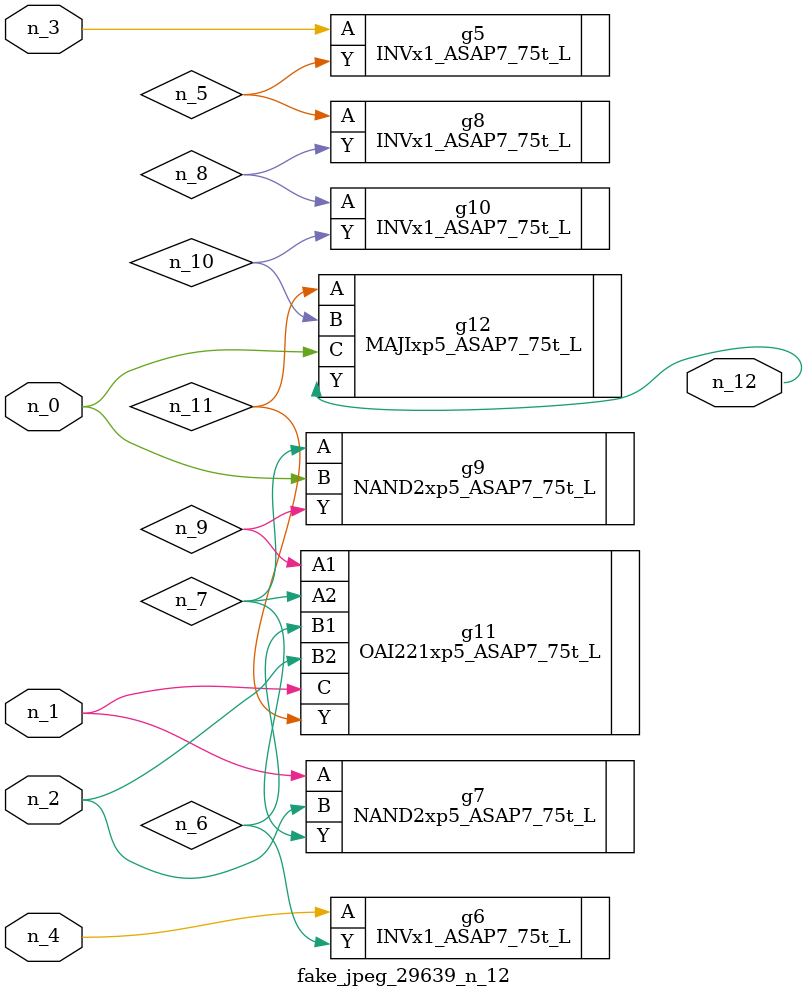
<source format=v>
module fake_jpeg_29639_n_12 (n_3, n_2, n_1, n_0, n_4, n_12);

input n_3;
input n_2;
input n_1;
input n_0;
input n_4;

output n_12;

wire n_11;
wire n_10;
wire n_8;
wire n_9;
wire n_6;
wire n_5;
wire n_7;

INVx1_ASAP7_75t_L g5 ( 
.A(n_3),
.Y(n_5)
);

INVx1_ASAP7_75t_L g6 ( 
.A(n_4),
.Y(n_6)
);

NAND2xp5_ASAP7_75t_L g7 ( 
.A(n_1),
.B(n_2),
.Y(n_7)
);

INVx1_ASAP7_75t_L g8 ( 
.A(n_5),
.Y(n_8)
);

INVx1_ASAP7_75t_L g10 ( 
.A(n_8),
.Y(n_10)
);

NAND2xp5_ASAP7_75t_L g9 ( 
.A(n_7),
.B(n_0),
.Y(n_9)
);

OAI221xp5_ASAP7_75t_L g11 ( 
.A1(n_9),
.A2(n_7),
.B1(n_6),
.B2(n_2),
.C(n_1),
.Y(n_11)
);

MAJIxp5_ASAP7_75t_L g12 ( 
.A(n_11),
.B(n_10),
.C(n_0),
.Y(n_12)
);


endmodule
</source>
